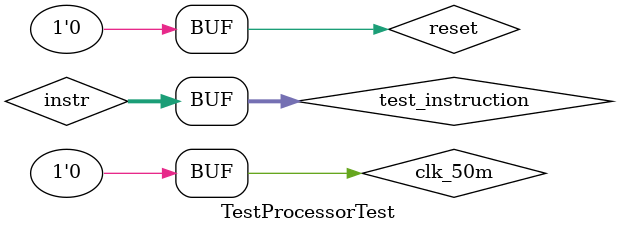
<source format=v>
`timescale 1ns / 1ps

module TestProcessorTest;
	reg clk_50m;
	reg reset;
	reg [7:0] instr;
	reg [7:0] test_pc;
    wire [7:0] pc;
    wire [6:0] seg_hi;
    wire [6:0] seg_lo;
	 wire [6:0] seg_op;
    wire [7:0] test_instruction;

	Microprocessor_with_test uut (
		.clk_50m(clk_50m),
        .reset(reset),
        .instr(instr),
        .test_pc(test_pc),
        .pc(pc),
        .seg_hi(seg_hi),
        .seg_lo(seg_lo),
		  .seg_op(seg_op),
        .test_instruction(test_instruction)
	);

	initial begin
		clk_50m = 0;
		reset = 0;
		instr = 0;
		test_pc = 0;
		#10;
		reset = 1;
		#10;
		reset = 0;
		#300;
		reset=1;
		#10;
		reset=0;
	end

	always begin
		clk_50m = 1;
		#1;
		clk_50m = 0;
		#1;
	end

	always @(pc) begin
		test_pc <= pc;
	end

	always @(test_instruction) begin
		instr <= test_instruction;
	end
	

endmodule

</source>
